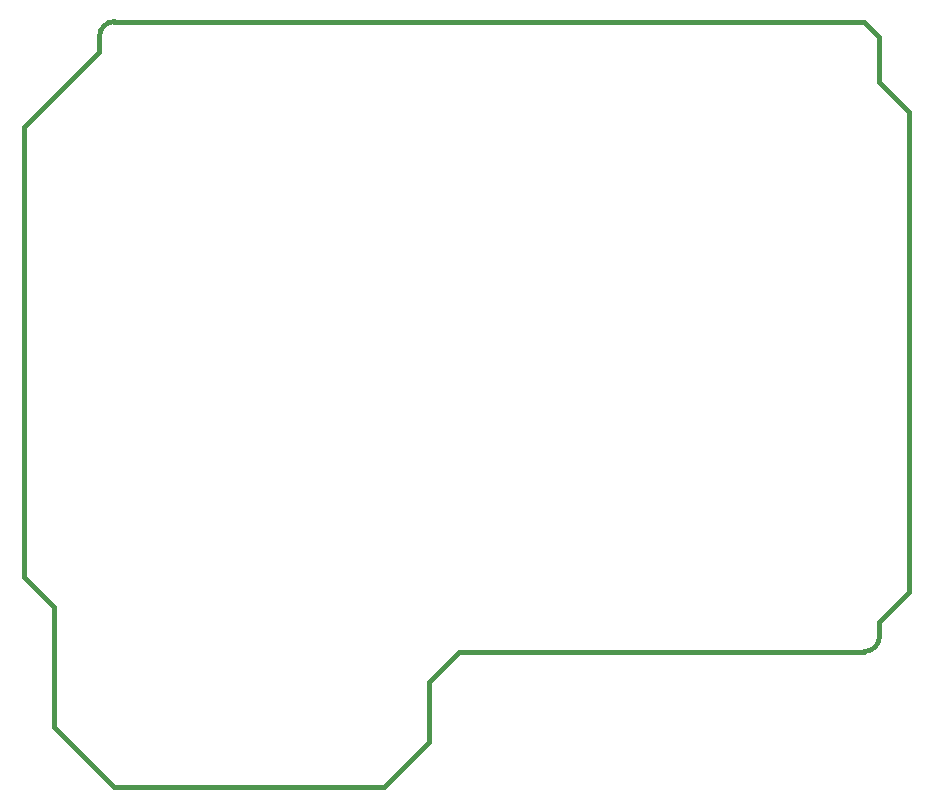
<source format=gbr>
G04 #@! TF.FileFunction,Profile,NP*
%FSLAX46Y46*%
G04 Gerber Fmt 4.6, Leading zero omitted, Abs format (unit mm)*
G04 Created by KiCad (PCBNEW 4.0.7) date 06/07/18 15:13:04*
%MOMM*%
%LPD*%
G01*
G04 APERTURE LIST*
%ADD10C,0.100000*%
%ADD11C,0.381000*%
G04 APERTURE END LIST*
D10*
D11*
X140970000Y-142240000D02*
X139700000Y-143510000D01*
X139700000Y-143510000D02*
X116840000Y-143510000D01*
X116840000Y-143510000D02*
X115570000Y-142240000D01*
X115570000Y-142240000D02*
X111760000Y-138430000D01*
X111760000Y-138430000D02*
X111760000Y-128270000D01*
X115570000Y-81280000D02*
X115570000Y-80010000D01*
X109220000Y-125730000D02*
X111760000Y-128270000D01*
X115570000Y-81280000D02*
X109220000Y-87630000D01*
X109220000Y-87630000D02*
X109220000Y-125730000D01*
X148590000Y-132080000D02*
X146050000Y-132080000D01*
X146050000Y-132080000D02*
X143510000Y-134620000D01*
X143510000Y-134620000D02*
X143510000Y-139700000D01*
X143510000Y-139700000D02*
X140970000Y-142240000D01*
X184150000Y-86360000D02*
X184150000Y-93980000D01*
X181610000Y-81280000D02*
X181610000Y-83820000D01*
X181610000Y-83820000D02*
X184150000Y-86360000D01*
X148590000Y-132080000D02*
X180340000Y-132080000D01*
X181610000Y-80010000D02*
X181610000Y-81280000D01*
X180340000Y-78740000D02*
X116840000Y-78740000D01*
X184150000Y-127000000D02*
X184150000Y-93980000D01*
X184150000Y-127000000D02*
X181610000Y-129540000D01*
X181610000Y-129540000D02*
X181610000Y-130810000D01*
X180340000Y-78740000D02*
X181610000Y-80010000D01*
X116840000Y-78740000D02*
G75*
G03X115570000Y-80010000I0J-1270000D01*
G01*
X180340000Y-132080000D02*
G75*
G03X181610000Y-130810000I0J1270000D01*
G01*
M02*

</source>
